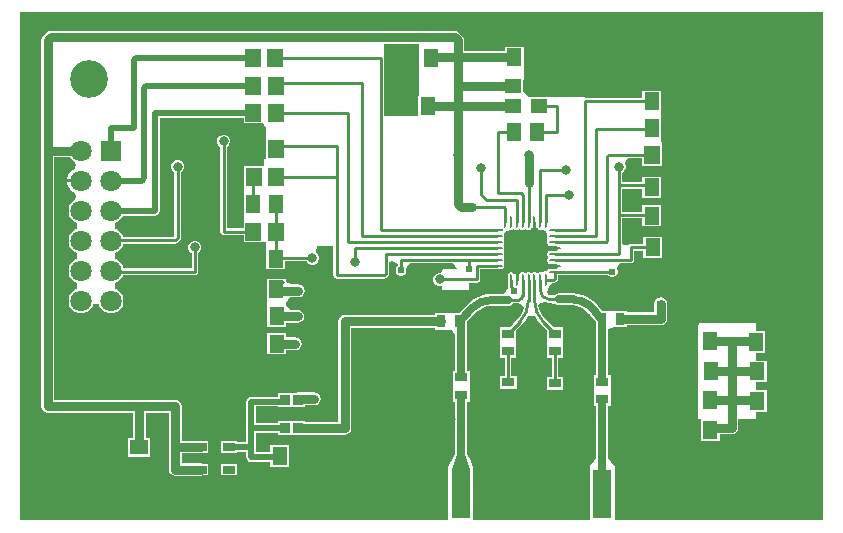
<source format=gtl>
G04*
G04 #@! TF.GenerationSoftware,Altium Limited,Altium Designer,24.5.2 (23)*
G04*
G04 Layer_Physical_Order=1*
G04 Layer_Color=255*
%FSLAX25Y25*%
%MOIN*%
G70*
G04*
G04 #@! TF.SameCoordinates,D8E2250F-7F27-460B-B064-3203462A9BAC*
G04*
G04*
G04 #@! TF.FilePolarity,Positive*
G04*
G01*
G75*
%ADD12C,0.01000*%
%ADD14C,0.02000*%
%ADD16R,0.03937X0.02756*%
%ADD17R,0.05906X0.05118*%
%ADD18R,0.03150X0.04331*%
%ADD19R,0.03465X0.03386*%
%ADD20R,0.05118X0.05906*%
G04:AMPARAMS|DCode=21|XSize=9.55mil|YSize=39.75mil|CornerRadius=4.77mil|HoleSize=0mil|Usage=FLASHONLY|Rotation=0.000|XOffset=0mil|YOffset=0mil|HoleType=Round|Shape=RoundedRectangle|*
%AMROUNDEDRECTD21*
21,1,0.00955,0.03020,0,0,0.0*
21,1,0.00000,0.03975,0,0,0.0*
1,1,0.00955,0.00000,-0.01510*
1,1,0.00955,0.00000,-0.01510*
1,1,0.00955,0.00000,0.01510*
1,1,0.00955,0.00000,0.01510*
%
%ADD21ROUNDEDRECTD21*%
G04:AMPARAMS|DCode=22|XSize=39.75mil|YSize=9.55mil|CornerRadius=4.77mil|HoleSize=0mil|Usage=FLASHONLY|Rotation=0.000|XOffset=0mil|YOffset=0mil|HoleType=Round|Shape=RoundedRectangle|*
%AMROUNDEDRECTD22*
21,1,0.03975,0.00000,0,0,0.0*
21,1,0.03020,0.00955,0,0,0.0*
1,1,0.00955,0.01510,0.00000*
1,1,0.00955,-0.01510,0.00000*
1,1,0.00955,-0.01510,0.00000*
1,1,0.00955,0.01510,0.00000*
%
%ADD22ROUNDEDRECTD22*%
%ADD23R,0.03975X0.00955*%
%ADD24R,0.05315X0.05906*%
%ADD25R,0.04331X0.03150*%
%ADD26R,0.06000X0.16000*%
%ADD27R,0.07000X0.16000*%
%ADD28R,0.05512X0.04724*%
%ADD35R,0.12598X0.12598*%
%ADD44C,0.03200*%
%ADD47C,0.02700*%
%ADD48C,0.01500*%
%ADD49C,0.03000*%
%ADD50C,0.00800*%
%ADD51C,0.12598*%
%ADD52R,0.07087X0.07087*%
%ADD53C,0.07087*%
%ADD54C,0.02400*%
%ADD55C,0.02402*%
G36*
X137008Y145482D02*
X136605D01*
Y138795D01*
X125334D01*
Y158071D01*
X125249Y158500D01*
X125162Y158630D01*
X125334Y160630D01*
X125334Y160630D01*
Y162820D01*
X137008D01*
Y145482D01*
D02*
G37*
G36*
X271654Y3937D02*
X202232D01*
Y21995D01*
X200984Y23425D01*
X200020Y24554D01*
Y42116D01*
X200797D01*
Y46022D01*
X200797Y46466D01*
Y48022D01*
X200797Y48466D01*
Y52372D01*
X200020D01*
Y67676D01*
X201762Y68298D01*
X202206Y68298D01*
X206112D01*
Y68922D01*
X217520D01*
X218339Y69085D01*
X219034Y69549D01*
X219498Y70244D01*
X219661Y71063D01*
Y76181D01*
X219498Y77000D01*
X219034Y77695D01*
X218339Y78159D01*
X217520Y78322D01*
X216700Y78159D01*
X216006Y77695D01*
X215542Y77000D01*
X215378Y76181D01*
Y73204D01*
X206112D01*
Y73828D01*
X202206D01*
X201762Y73828D01*
X200206D01*
X199762Y73828D01*
X197942D01*
X196641Y75442D01*
X196114Y75883D01*
X195818Y76282D01*
X194823Y77184D01*
X194674Y77273D01*
X194414Y77495D01*
X192980Y78374D01*
X191426Y79017D01*
X189790Y79410D01*
X188156Y79539D01*
X188113Y79547D01*
X183661D01*
X182901Y79396D01*
X182256Y78965D01*
X180236Y78955D01*
X179952Y79224D01*
X179419Y80044D01*
X180107Y81758D01*
X180345Y82115D01*
X181623Y82924D01*
X181623Y82924D01*
X181623Y82924D01*
X182052Y83009D01*
X182416Y83252D01*
X182885Y83721D01*
X182885Y83721D01*
X183128Y84085D01*
X183128Y84085D01*
X183132Y84108D01*
X183213Y84514D01*
Y85685D01*
X199954D01*
X200358Y85280D01*
X201020Y85006D01*
X201736D01*
X202398Y85280D01*
X202904Y85786D01*
X203178Y86448D01*
Y87164D01*
X202989Y87622D01*
X203343Y88590D01*
X203937Y89622D01*
X207480D01*
X207909Y89707D01*
X208273Y89950D01*
X208517Y90314D01*
X208602Y90743D01*
Y93760D01*
X211605D01*
Y91329D01*
X217923D01*
Y98435D01*
X211605D01*
Y96003D01*
X207480D01*
X207051Y95918D01*
X206687Y95675D01*
X206665Y95641D01*
X205163Y95789D01*
X204665Y95974D01*
Y104587D01*
X211408D01*
Y101959D01*
X217726D01*
Y109065D01*
X211408D01*
Y106830D01*
X204665D01*
Y114430D01*
X211408D01*
Y111408D01*
X217726D01*
Y118513D01*
X211408D01*
Y116673D01*
X204665D01*
Y119737D01*
X204789Y119789D01*
X205408Y120407D01*
X205743Y121216D01*
Y122091D01*
X205528Y122612D01*
X205987Y123787D01*
X206525Y124612D01*
X211310D01*
Y121984D01*
X217824D01*
Y129089D01*
X217824D01*
X217726Y130985D01*
X217726D01*
Y138090D01*
X217726D01*
Y139986D01*
X217726D01*
Y147091D01*
X211408D01*
Y144857D01*
X192323D01*
Y144882D01*
X180128Y144891D01*
X173416D01*
Y144891D01*
X173148D01*
X171466Y146891D01*
Y150591D01*
X171850D01*
Y154715D01*
X171860D01*
Y161820D01*
X165542D01*
Y160409D01*
X152025D01*
Y163906D01*
X151862Y164726D01*
X151398Y165420D01*
X150343Y166475D01*
X149648Y166939D01*
X148829Y167102D01*
X14243D01*
X13424Y166939D01*
X12729Y166475D01*
X11675Y165420D01*
X11211Y164726D01*
X11048Y163906D01*
Y127126D01*
Y41929D01*
X11211Y41110D01*
X11675Y40415D01*
X12370Y39951D01*
X13189Y39788D01*
X41465D01*
Y31506D01*
X40054D01*
Y25187D01*
X47159D01*
Y31506D01*
X45748D01*
Y39788D01*
X53567D01*
Y28346D01*
Y20866D01*
X53730Y20047D01*
X54195Y19352D01*
X54889Y18888D01*
X55709Y18725D01*
X64079D01*
X64899Y18888D01*
X64899Y18888D01*
X66648D01*
Y22844D01*
X64899D01*
X64899Y22844D01*
X64079Y23007D01*
X57850D01*
Y26205D01*
X64079D01*
X64899Y26368D01*
X64899Y26368D01*
X66648D01*
Y30324D01*
X64899D01*
X64899Y30325D01*
X64079Y30488D01*
X57850D01*
Y41929D01*
X57687Y42748D01*
X57223Y43443D01*
X56528Y43907D01*
X55709Y44070D01*
X15330D01*
Y124985D01*
X20704D01*
X20936Y124582D01*
X21708Y123811D01*
X22408Y123406D01*
X22540Y122326D01*
X22352Y121275D01*
X21462Y120762D01*
X20616Y119916D01*
X20018Y118880D01*
X19709Y117724D01*
Y117626D01*
X24252D01*
Y116626D01*
X19709D01*
Y116528D01*
X20018Y115372D01*
X20616Y114336D01*
X21462Y113490D01*
X22352Y112977D01*
X22540Y111926D01*
X22408Y110846D01*
X21708Y110442D01*
X20936Y109670D01*
X20391Y108725D01*
X20109Y107671D01*
Y106580D01*
X20391Y105527D01*
X20936Y104582D01*
X21708Y103811D01*
X22653Y103265D01*
X23040Y103161D01*
Y101091D01*
X22653Y100987D01*
X21708Y100441D01*
X20936Y99670D01*
X20391Y98725D01*
X20109Y97672D01*
Y96580D01*
X20391Y95527D01*
X20936Y94582D01*
X21708Y93810D01*
X22653Y93265D01*
X23040Y93161D01*
Y91091D01*
X22653Y90987D01*
X21708Y90441D01*
X20936Y89670D01*
X20391Y88725D01*
X20109Y87672D01*
Y86580D01*
X20391Y85527D01*
X20936Y84582D01*
X21708Y83811D01*
X22653Y83265D01*
X23040Y83161D01*
Y81091D01*
X22653Y80987D01*
X21708Y80441D01*
X20936Y79670D01*
X20391Y78725D01*
X20109Y77671D01*
Y76581D01*
X20391Y75527D01*
X20936Y74582D01*
X21708Y73810D01*
X22653Y73265D01*
X23707Y72983D01*
X24798D01*
X25851Y73265D01*
X26796Y73810D01*
X27567Y74582D01*
X28113Y75527D01*
X28217Y75914D01*
X30287D01*
X30391Y75527D01*
X30937Y74582D01*
X31708Y73810D01*
X32653Y73265D01*
X33707Y72983D01*
X34797D01*
X35851Y73265D01*
X36796Y73810D01*
X37567Y74582D01*
X38113Y75527D01*
X38395Y76581D01*
Y77671D01*
X38113Y78725D01*
X37567Y79670D01*
X36796Y80441D01*
X35851Y80987D01*
X35464Y81091D01*
Y83161D01*
X35851Y83265D01*
X36796Y83811D01*
X37567Y84582D01*
X38113Y85527D01*
X38157Y85690D01*
X62205D01*
X62634Y85775D01*
X62998Y86018D01*
X63241Y86382D01*
X63326Y86811D01*
Y92965D01*
X63451Y93017D01*
X64070Y93636D01*
X64405Y94444D01*
Y95319D01*
X64070Y96128D01*
X63451Y96747D01*
X62642Y97082D01*
X61767D01*
X60958Y96747D01*
X60340Y96128D01*
X60005Y95319D01*
Y94444D01*
X60340Y93636D01*
X60958Y93017D01*
X61083Y92965D01*
Y87933D01*
X38325D01*
X38113Y88725D01*
X37567Y89670D01*
X36796Y90441D01*
X35851Y90987D01*
X35464Y91091D01*
Y93161D01*
X35851Y93265D01*
X36796Y93810D01*
X37567Y94582D01*
X38113Y95527D01*
X38273Y96123D01*
X55575D01*
X55575Y96122D01*
X56004Y96208D01*
X56368Y96451D01*
X57289Y97372D01*
X57289Y97372D01*
X57532Y97736D01*
X57618Y98165D01*
Y119934D01*
X57742Y119985D01*
X58361Y120604D01*
X58696Y121413D01*
Y122288D01*
X58361Y123097D01*
X57742Y123715D01*
X56934Y124050D01*
X56059D01*
X55250Y123715D01*
X54631Y123097D01*
X54296Y122288D01*
Y121413D01*
X54631Y120604D01*
X55250Y119985D01*
X55374Y119934D01*
Y98630D01*
X55111Y98366D01*
X38209D01*
X38113Y98725D01*
X37567Y99670D01*
X36796Y100441D01*
X35851Y100987D01*
X35464Y101091D01*
Y103161D01*
X35851Y103265D01*
X36796Y103811D01*
X37567Y104582D01*
X38094Y105495D01*
X48819D01*
X49443Y105619D01*
X49972Y105973D01*
X50326Y106502D01*
X50450Y107126D01*
Y138132D01*
X78435D01*
Y136211D01*
X83916D01*
X84950Y136211D01*
X85916Y134611D01*
Y131309D01*
Y124203D01*
X85147D01*
Y122057D01*
X78632D01*
Y114951D01*
X78435D01*
Y103695D01*
Y101264D01*
X72972D01*
Y128398D01*
X73097Y128450D01*
X73716Y129069D01*
X74050Y129877D01*
Y130753D01*
X73716Y131561D01*
X73097Y132180D01*
X72288Y132515D01*
X71413D01*
X70604Y132180D01*
X69985Y131561D01*
X69650Y130753D01*
Y129877D01*
X69985Y129069D01*
X70604Y128450D01*
X70729Y128398D01*
Y100143D01*
X70814Y99713D01*
X71057Y99350D01*
X71421Y99107D01*
X71850Y99021D01*
X78435D01*
Y96590D01*
X84950D01*
Y96590D01*
X85762D01*
X86014Y94631D01*
Y87589D01*
X92332D01*
Y90217D01*
X99461D01*
X99513Y90092D01*
X100132Y89473D01*
X100940Y89139D01*
X101816D01*
X102624Y89473D01*
X103243Y90092D01*
X103578Y90901D01*
Y91776D01*
X103243Y92585D01*
X102624Y93204D01*
X102451Y93276D01*
X102848Y95276D01*
X108317D01*
X108327Y93280D01*
Y85630D01*
X108413Y85201D01*
X108656Y84837D01*
X109020Y84594D01*
X109449Y84508D01*
X125319D01*
X125319Y84508D01*
X125319Y84508D01*
X125748Y84594D01*
X126112Y84837D01*
X126580Y85306D01*
X126581Y85306D01*
X126824Y85669D01*
X126824Y85669D01*
X126825Y85677D01*
X126833Y85719D01*
X126909Y86099D01*
Y89972D01*
X127784Y90484D01*
X129784Y89337D01*
Y88629D01*
X129379Y88224D01*
X129105Y87563D01*
Y86847D01*
X129379Y86185D01*
X129886Y85679D01*
X130547Y85405D01*
X131264D01*
X131925Y85679D01*
X132431Y86185D01*
X132705Y86847D01*
Y87563D01*
X132681Y87622D01*
X133462Y89237D01*
X133853Y89622D01*
X148219D01*
X149478Y87622D01*
X149467Y87598D01*
X144882D01*
X144702Y87222D01*
X144558Y87077D01*
Y86919D01*
X144335Y86452D01*
X143460D01*
X142651Y86117D01*
X142033Y85498D01*
X141698Y84690D01*
Y83814D01*
X142033Y83006D01*
X142651Y82387D01*
X143460Y82052D01*
X144335D01*
X144558Y81903D01*
Y80772D01*
X153480D01*
X153543Y80709D01*
Y83130D01*
X156102D01*
X156532Y83216D01*
X156895Y83459D01*
X157139Y83823D01*
X157224Y84252D01*
Y87653D01*
X162790D01*
X162907Y87676D01*
X164301Y87676D01*
X164721Y87760D01*
X164721Y87760D01*
X165077Y87998D01*
X165077Y87998D01*
X165315Y88354D01*
X165315Y88354D01*
X165315Y88354D01*
X165399Y88775D01*
X165399Y88775D01*
X165315Y89195D01*
X165315Y89195D01*
X165315Y89195D01*
X165141Y89759D01*
X165315Y90323D01*
X165399Y90743D01*
X165315Y91163D01*
X165315Y91163D01*
X165077Y91520D01*
Y91935D01*
X165315Y92291D01*
X165315Y92291D01*
X165399Y92712D01*
X165315Y93132D01*
X165141Y93696D01*
X165315Y94260D01*
X165399Y94680D01*
X165315Y95100D01*
X165315Y95100D01*
X165077Y95457D01*
Y95872D01*
X165315Y96228D01*
X165315Y96228D01*
X165399Y96649D01*
X165315Y97069D01*
X165141Y97633D01*
X165315Y98197D01*
X165399Y98617D01*
X165388Y99098D01*
X165406Y99284D01*
X165647Y99940D01*
X166386Y100388D01*
X167378Y100766D01*
X167520Y100738D01*
X167940Y100821D01*
X168296Y101060D01*
X168711D01*
X169068Y100821D01*
X169488Y100738D01*
X169908Y100821D01*
X170265Y101060D01*
X170680D01*
X171036Y100821D01*
X171457Y100738D01*
X171877Y100821D01*
X172233Y101060D01*
X172649Y101060D01*
X173005Y100821D01*
X173005Y100821D01*
X173425Y100738D01*
X173425Y100738D01*
X173846Y100821D01*
X174202Y101060D01*
X174202Y101060D01*
X174338Y101264D01*
X175394Y101375D01*
X176449Y101264D01*
X176585Y101060D01*
X176585D01*
X176942Y100821D01*
X177362Y100738D01*
X177362Y100738D01*
X177561Y100777D01*
X178030Y100731D01*
X179087Y100342D01*
X179476Y99284D01*
X179523Y98816D01*
X179483Y98617D01*
X179567Y98197D01*
X179567Y98197D01*
X179567Y98197D01*
X179741Y97633D01*
X179567Y97069D01*
X179567Y97069D01*
X179483Y96649D01*
X179483Y96649D01*
X179567Y96228D01*
X179567Y96228D01*
X179805Y95872D01*
Y95872D01*
X180009Y95735D01*
X180120Y94680D01*
X180009Y93625D01*
X179805Y93488D01*
X179805Y93488D01*
X179567Y93132D01*
X179483Y92712D01*
X179483Y92712D01*
X179567Y92291D01*
X179567Y92291D01*
X179805Y91935D01*
X179805Y91520D01*
X179567Y91163D01*
X179567Y91163D01*
X179483Y90743D01*
X179483Y90743D01*
X179567Y90323D01*
X179805Y89966D01*
X179805Y89966D01*
X180009Y89830D01*
X180120Y88775D01*
X180009Y87719D01*
X179805Y87583D01*
X179739Y87485D01*
X179186Y87086D01*
X178030Y86661D01*
X177561Y86614D01*
X177362Y86654D01*
X176942Y86570D01*
X176585Y86332D01*
X176170D01*
X175814Y86570D01*
X175394Y86654D01*
X174973Y86570D01*
X174617Y86332D01*
X174202D01*
X173846Y86570D01*
X173425Y86654D01*
X173005Y86570D01*
X172649Y86332D01*
X172233Y86332D01*
X171877Y86570D01*
X171877Y86570D01*
X171457Y86654D01*
X171457Y86654D01*
X171036Y86570D01*
X170680Y86332D01*
X170680Y86332D01*
X170543Y86128D01*
X169488Y86016D01*
X168433Y86128D01*
X168296Y86332D01*
X167940Y86570D01*
X167520Y86654D01*
X167520Y86654D01*
X167099Y86570D01*
X167099Y86570D01*
X166743Y86332D01*
X166743Y86332D01*
X166505Y85976D01*
X166505Y85976D01*
X166421Y85555D01*
X166421Y85555D01*
X166421Y85166D01*
X166421Y85166D01*
X166421Y84851D01*
Y84162D01*
X166398Y84045D01*
X166421Y83931D01*
Y81822D01*
X166421Y81822D01*
X166506Y81393D01*
X165684Y79696D01*
X164859Y79350D01*
X161057D01*
X161024Y79344D01*
X159322Y79210D01*
X157629Y78803D01*
X156020Y78137D01*
X154536Y77227D01*
X153237Y76118D01*
X153209Y76099D01*
X150151Y73041D01*
X148466D01*
X148022Y73041D01*
X146466D01*
X146022Y73041D01*
X142116D01*
Y72417D01*
X112205D01*
X111385Y72254D01*
X110691Y71790D01*
X110227Y71095D01*
X110064Y70276D01*
Y36787D01*
X98994D01*
Y36939D01*
X89794D01*
Y36277D01*
X82639D01*
Y41873D01*
X89794D01*
Y41802D01*
X98994D01*
Y42347D01*
X101969D01*
X102788Y42510D01*
X103482Y42974D01*
X103947Y43669D01*
X104110Y44488D01*
X103947Y45308D01*
X103482Y46002D01*
X102788Y46466D01*
X101969Y46629D01*
X96662D01*
X95843Y46466D01*
X95724Y46387D01*
X89794D01*
Y45135D01*
X81008D01*
X80384Y45011D01*
X79855Y44657D01*
X79501Y44128D01*
X79377Y43504D01*
Y34646D01*
Y29978D01*
X76096D01*
Y30324D01*
X70959D01*
Y26368D01*
X76096D01*
Y26715D01*
X79377D01*
Y25000D01*
X79501Y24376D01*
X79855Y23846D01*
X80384Y23493D01*
X81008Y23369D01*
X87298D01*
Y21841D01*
X93616D01*
Y28946D01*
X87298D01*
Y26631D01*
X82639D01*
Y28346D01*
Y33014D01*
X89794D01*
Y32353D01*
X98994D01*
Y32504D01*
X112205D01*
X113024Y32667D01*
X113719Y33132D01*
X114183Y33826D01*
X114346Y34646D01*
Y68134D01*
X142116D01*
Y67510D01*
X146022D01*
X146466Y67510D01*
X148022D01*
X148996Y65730D01*
Y53750D01*
X148219D01*
Y49844D01*
X148219Y49400D01*
Y47844D01*
X148219Y47400D01*
Y43494D01*
X148996D01*
Y26127D01*
X148996Y26127D01*
X148996Y26127D01*
X147835Y24016D01*
X147835Y24016D01*
X147587Y23575D01*
X146587Y21798D01*
Y3937D01*
X3937D01*
Y173228D01*
X271654D01*
Y3937D01*
D02*
G37*
G36*
X179264Y76564D02*
X180324Y76424D01*
X182229Y76193D01*
X182255Y76153D01*
X182901Y75722D01*
X183661Y75571D01*
X188113D01*
X188183Y75585D01*
X189434Y75462D01*
X190704Y75076D01*
X191874Y74451D01*
X192258Y74136D01*
D01*
X193659Y72805D01*
X195765Y70193D01*
X195857Y70116D01*
Y68298D01*
X196043D01*
Y52372D01*
X195266D01*
Y48466D01*
X195266Y48022D01*
Y46466D01*
X195266Y46022D01*
Y42116D01*
X196043D01*
Y24544D01*
X195276Y23622D01*
X193832Y21995D01*
Y3937D01*
X154987D01*
Y21798D01*
X154124Y23819D01*
X152972Y26114D01*
Y43494D01*
X153750D01*
Y47400D01*
X153750Y47844D01*
Y49400D01*
X153750Y49844D01*
Y53750D01*
X152972D01*
Y70240D01*
X156021Y73288D01*
X156064Y73352D01*
X157088Y74192D01*
X158323Y74853D01*
X159663Y75259D01*
X160981Y75389D01*
X161057Y75374D01*
X166535D01*
X167296Y75525D01*
X167941Y75956D01*
X168135Y76247D01*
X170086D01*
Y76220D01*
X170217Y76246D01*
X170711Y76039D01*
X171800Y74942D01*
X171923Y74701D01*
X171641Y73770D01*
X170907Y72397D01*
X169703Y70896D01*
X168289Y69481D01*
X167124Y68317D01*
X163770D01*
Y64411D01*
X163770Y63967D01*
Y62411D01*
X163770Y61967D01*
Y58061D01*
X165414D01*
Y52175D01*
X163967D01*
Y47825D01*
X169498D01*
Y52175D01*
X167657D01*
Y58061D01*
X169301D01*
Y61967D01*
X169301Y62411D01*
Y63967D01*
X169301Y64411D01*
Y67321D01*
X169875Y67895D01*
X171298Y69301D01*
X172433Y70629D01*
X172534Y70794D01*
X173323Y72082D01*
X173473Y72119D01*
X175346D01*
X175496Y72082D01*
X176285Y70794D01*
X176386Y70629D01*
X177521Y69301D01*
X177530Y69310D01*
X179518Y67321D01*
Y64411D01*
X179518Y63967D01*
Y62411D01*
X179518Y61967D01*
Y58061D01*
X181162D01*
Y51781D01*
X179518D01*
Y47431D01*
X185049D01*
Y51781D01*
X183405D01*
Y58061D01*
X185049D01*
Y61967D01*
X185049Y62411D01*
Y63967D01*
X185049Y64411D01*
Y68317D01*
X181695D01*
X179116Y70896D01*
X179075Y70923D01*
X178000Y72233D01*
X177178Y73770D01*
X176672Y75439D01*
X176646Y75703D01*
X177616Y76459D01*
X178541Y76863D01*
X179264Y76564D01*
D02*
G37*
G36*
X153775Y20586D02*
X147799D01*
X149634Y25986D01*
X152334D01*
X153775Y20586D01*
D02*
G37*
%LPC*%
G36*
X91429Y84480D02*
X91321Y84458D01*
X91063Y84458D01*
X86211D01*
Y77376D01*
X86211Y77353D01*
X86408Y75434D01*
X86408Y75353D01*
Y68352D01*
X92726D01*
Y69763D01*
X96457D01*
X97276Y69926D01*
X97971Y70390D01*
X98435Y71085D01*
X98598Y71904D01*
X98435Y72724D01*
X97971Y73418D01*
X97276Y73883D01*
X96457Y74046D01*
X94151D01*
X92726Y75457D01*
X92632Y76371D01*
X94044Y78305D01*
X94151Y78371D01*
X96653D01*
X97473Y78534D01*
X98168Y78998D01*
X98632Y79692D01*
X98795Y80512D01*
X98632Y81331D01*
X98168Y82026D01*
X97473Y82490D01*
X96653Y82653D01*
X94353D01*
X92551Y83358D01*
X92529Y84458D01*
X91429Y84480D01*
D02*
G37*
G36*
X92726Y66348D02*
X86408D01*
Y59242D01*
X92726D01*
Y60654D01*
X95669D01*
X96489Y60817D01*
X97183Y61281D01*
X97648Y61976D01*
X97810Y62795D01*
X97648Y63615D01*
X97183Y64309D01*
X96489Y64773D01*
X95669Y64936D01*
X92726D01*
Y66348D01*
D02*
G37*
G36*
X249213Y69685D02*
X230118D01*
X229921Y68110D01*
Y37598D01*
X230896D01*
Y30502D01*
X237214D01*
Y32701D01*
X241142D01*
X241961Y32864D01*
X242656Y33329D01*
X243120Y34023D01*
X243283Y34843D01*
Y37598D01*
X249213D01*
Y40148D01*
X252765D01*
Y47254D01*
X249213D01*
Y49991D01*
X252765D01*
Y57096D01*
X249213D01*
Y59833D01*
X252372D01*
Y66939D01*
X249213D01*
Y69685D01*
D02*
G37*
G36*
X76096Y22844D02*
X70959D01*
Y18888D01*
X76096D01*
Y22844D01*
D02*
G37*
%LPD*%
D12*
X170086Y77368D02*
G03*
X171457Y78739I0J1371D01*
G01*
X177362Y80521D02*
G03*
X180324Y77559I2962J0D01*
G01*
X175394Y77174D02*
G03*
X178323Y70103I10000J0D01*
G01*
X170496Y70103D02*
G03*
X173425Y77174I-7071J7071D01*
G01*
X125787Y92712D02*
X162790D01*
X125787Y86099D02*
Y92712D01*
X89173Y117913D02*
Y118504D01*
X109449Y85630D02*
X125319D01*
X125787Y86099D01*
X143898Y84252D02*
X156102D01*
Y88775D01*
X130905Y90743D02*
X153543D01*
X130905Y87205D02*
Y90743D01*
X153543Y87598D02*
Y90743D01*
X162790D01*
X156102Y88775D02*
X162790D01*
X115551Y94680D02*
X162790D01*
X115551Y90158D02*
Y94680D01*
X113189Y96649D02*
X162790D01*
X117913Y98617D02*
X162790D01*
X117913D02*
Y149803D01*
X90113D02*
X117913D01*
X124213Y100586D02*
X162790D01*
X124213D02*
Y158071D01*
X87939D02*
X124213D01*
X166541Y77368D02*
X170086D01*
X173425Y77174D02*
Y84045D01*
X171457Y78739D02*
Y84045D01*
X168504Y80481D02*
Y80860D01*
X167542Y81822D02*
X168504Y80860D01*
X147484Y37598D02*
X148534D01*
X175394Y103347D02*
X175394Y103347D01*
X175394Y101095D02*
Y103347D01*
X169488Y84045D02*
Y88583D01*
X180324Y77559D02*
X183661D01*
X177362Y80521D02*
Y84045D01*
X166535Y66142D02*
X170496Y70103D01*
X165551Y82615D02*
Y84045D01*
X167542Y81822D02*
Y84023D01*
X167520Y84045D02*
X167542Y84023D01*
X89173Y91339D02*
X101378D01*
X113189Y96649D02*
Y139764D01*
X71850Y100143D02*
X81693D01*
X71850D02*
Y130315D01*
X203543Y115551D02*
Y121653D01*
Y115551D02*
X214567D01*
X182091Y86806D02*
X201378D01*
X181623Y84045D02*
X182091Y84514D01*
X179331Y84045D02*
X181623D01*
X182091Y84514D02*
Y86806D01*
X173425Y103347D02*
Y116339D01*
X177362Y120866D02*
X186024D01*
X177362Y103347D02*
Y120866D01*
X34252Y97244D02*
X55575D01*
X56496Y98165D01*
Y121850D01*
X157677Y112402D02*
X159449Y110630D01*
X157677Y112402D02*
Y121260D01*
X159449Y110630D02*
X169488D01*
X179331Y112205D02*
X186811D01*
X179331Y103347D02*
Y112205D01*
X64079Y28150D02*
Y28346D01*
X183071Y133465D02*
Y141929D01*
X176181Y133465D02*
X183071D01*
X176772Y141929D02*
X183071D01*
X163386Y112992D02*
Y133465D01*
X168701D01*
X171457Y103347D02*
Y112465D01*
X170930Y112992D02*
X171457Y112465D01*
X163386Y112992D02*
X170930D01*
X169488Y103347D02*
Y110630D01*
X34252Y97126D02*
Y97244D01*
X165083Y108465D02*
X165551Y107996D01*
X154528Y108465D02*
X165083D01*
X165551Y103347D02*
Y107996D01*
X34252Y86811D02*
X62205D01*
X34252D02*
Y87126D01*
X62205Y86811D02*
Y94882D01*
X89173Y91339D02*
Y100143D01*
Y91142D02*
Y91339D01*
X109449Y85630D02*
Y118504D01*
X89173Y128740D02*
X109449D01*
X89370Y81299D02*
X91429Y83358D01*
X89370Y80905D02*
Y81299D01*
X109449Y118504D02*
Y128740D01*
X89173Y118504D02*
X109449D01*
X89173Y127756D02*
Y128740D01*
X89173Y139764D02*
X113189D01*
X207480Y94882D02*
X214764D01*
X207480Y90743D02*
Y94882D01*
X182091Y90743D02*
X207480D01*
X203543Y105709D02*
X214567D01*
X200075Y125733D02*
X214567D01*
X196063Y134449D02*
X214567D01*
X192323Y143735D02*
X214567D01*
X203543Y105709D02*
Y115551D01*
Y92712D02*
Y105709D01*
X214567Y114961D02*
Y115354D01*
X182091Y92712D02*
X203543D01*
X199606Y125265D02*
X200075Y125733D01*
X199138Y96649D02*
X199606Y97117D01*
X182091Y96649D02*
X199138D01*
X199606Y97117D02*
Y125265D01*
X196063Y98617D02*
Y134449D01*
X182091Y98617D02*
X196063D01*
X182091Y100586D02*
X192323D01*
Y143735D01*
X166535Y51378D02*
Y60236D01*
X182283Y50394D02*
Y60236D01*
X178323Y70103D02*
X182283Y66142D01*
X175394Y77174D02*
Y84045D01*
X92126Y43504D02*
Y44094D01*
X90457Y25000D02*
Y25394D01*
X89173Y100143D02*
Y109252D01*
Y100143D02*
X89173D01*
X89173Y109252D02*
X89173D01*
X81693D02*
Y118504D01*
X81693D01*
X214567Y133661D02*
Y134001D01*
D14*
X195020Y74272D02*
G03*
X195012Y74279I-924J-915D01*
G01*
X195093Y74195D02*
G03*
X195075Y74216I-1166J-940D01*
G01*
X34252Y134803D02*
X41929D01*
X34252Y127126D02*
Y134803D01*
X42691Y158071D02*
X81554D01*
X41929Y134803D02*
Y157309D01*
X42691Y158071D01*
X46037Y148819D02*
X81693D01*
X45276Y148057D02*
X46037Y148819D01*
X44514Y117126D02*
X45276Y117887D01*
X34252Y117126D02*
X44514D01*
X45276Y117887D02*
Y148057D01*
X150787Y70866D02*
X150984D01*
X197312Y71441D02*
X198031D01*
X34252Y107126D02*
X48819D01*
Y139764D01*
X81693D01*
X195020Y74272D02*
X195075Y74216D01*
X194483Y74809D02*
X195012Y74279D01*
X81008Y34646D02*
Y43504D01*
Y28346D02*
Y34646D01*
X92126D01*
X81008Y43504D02*
X92126D01*
X73528Y28346D02*
X81008D01*
Y25000D02*
Y28346D01*
Y25000D02*
X90457D01*
D16*
X64079Y20866D02*
D03*
Y24606D02*
D03*
Y28346D02*
D03*
X73528Y20866D02*
D03*
Y28346D02*
D03*
D17*
X43607D02*
D03*
Y20866D02*
D03*
D18*
X144291Y70276D02*
D03*
X150197D02*
D03*
X203937Y71063D02*
D03*
X198031D02*
D03*
D19*
X92126Y34646D02*
D03*
X96662D02*
D03*
X92126Y44094D02*
D03*
X96662D02*
D03*
D20*
X249213Y63386D02*
D03*
X256693D02*
D03*
X226378Y43898D02*
D03*
X233858D02*
D03*
X133268Y158071D02*
D03*
X140748D02*
D03*
X132283Y141929D02*
D03*
X139764D02*
D03*
X249606Y53543D02*
D03*
X257087D02*
D03*
X168701Y158268D02*
D03*
X176181D02*
D03*
X89370Y80905D02*
D03*
X81890D02*
D03*
X214567Y143538D02*
D03*
X222047D02*
D03*
X234055Y63583D02*
D03*
X226575D02*
D03*
X249606Y43701D02*
D03*
X257087D02*
D03*
X214764Y94882D02*
D03*
X222244D02*
D03*
X234055Y34055D02*
D03*
X226575D02*
D03*
X226772Y53740D02*
D03*
X234252D02*
D03*
X89567Y71904D02*
D03*
X82087D02*
D03*
X89567Y62795D02*
D03*
X82087D02*
D03*
X90457Y25394D02*
D03*
X97937D02*
D03*
X89173Y91142D02*
D03*
X81693D02*
D03*
Y109252D02*
D03*
X89173D02*
D03*
X214567Y114961D02*
D03*
X222047D02*
D03*
X214567Y105512D02*
D03*
X222047D02*
D03*
X214567Y134537D02*
D03*
X222047D02*
D03*
X176181Y133465D02*
D03*
X168701D02*
D03*
D21*
X179331Y103347D02*
D03*
X173425D02*
D03*
X175394D02*
D03*
X169488D02*
D03*
X171457D02*
D03*
X177362D02*
D03*
X173425Y84045D02*
D03*
X169488D02*
D03*
X171457D02*
D03*
X177362D02*
D03*
X179331D02*
D03*
X175394D02*
D03*
X165551Y103347D02*
D03*
X167520D02*
D03*
Y84045D02*
D03*
X165551D02*
D03*
D22*
X182091Y100586D02*
D03*
Y94680D02*
D03*
Y92712D02*
D03*
Y98617D02*
D03*
Y96649D02*
D03*
Y90743D02*
D03*
Y88775D02*
D03*
Y86806D02*
D03*
X162790Y92712D02*
D03*
Y90743D02*
D03*
Y96649D02*
D03*
Y94680D02*
D03*
Y98617D02*
D03*
Y88775D02*
D03*
Y86806D02*
D03*
D23*
Y100586D02*
D03*
D24*
X88976Y157874D02*
D03*
X81496D02*
D03*
X89173Y127756D02*
D03*
X81693D02*
D03*
X222047Y125536D02*
D03*
X214567D02*
D03*
X89173Y148819D02*
D03*
X81693D02*
D03*
X89173Y139764D02*
D03*
X81693D02*
D03*
X89173Y100143D02*
D03*
X81693D02*
D03*
X81890Y118504D02*
D03*
X89370D02*
D03*
D25*
X166732Y50000D02*
D03*
Y44094D02*
D03*
X182283Y49606D02*
D03*
Y43701D02*
D03*
Y66142D02*
D03*
Y60236D02*
D03*
X198031Y50197D02*
D03*
Y44291D02*
D03*
X166535Y66142D02*
D03*
Y60236D02*
D03*
X150984Y51575D02*
D03*
Y45669D02*
D03*
D26*
X198031Y12795D02*
D03*
X150787Y12598D02*
D03*
D27*
X208032Y12795D02*
D03*
X188031D02*
D03*
X140787Y12598D02*
D03*
X160787D02*
D03*
D28*
X176772Y148622D02*
D03*
Y141929D02*
D03*
X168110Y148622D02*
D03*
Y141929D02*
D03*
D35*
X172441Y93696D02*
D03*
D44*
X143898Y84252D02*
D03*
X115551Y90158D02*
D03*
X71850Y130315D02*
D03*
X203543Y121653D02*
D03*
X186024Y120866D02*
D03*
X56496Y121850D02*
D03*
X157677Y121260D02*
D03*
X186811Y112205D02*
D03*
X101378Y91339D02*
D03*
X149884Y125724D02*
D03*
X173425Y125591D02*
D03*
X62205Y94882D02*
D03*
D47*
X193487Y75711D02*
G03*
X188113Y77559I-5374J-6889D01*
G01*
X161057Y77362D02*
G03*
X154615Y74694I0J-9111D01*
G01*
X161057Y77362D02*
X166535D01*
X150984Y51575D02*
Y70866D01*
Y12598D02*
Y45669D01*
X150787Y12598D02*
X150984D01*
X198031Y50197D02*
Y71441D01*
Y12795D02*
Y44291D01*
X150787Y70866D02*
X154615Y74694D01*
X183661Y77559D02*
X188113D01*
X193487Y75711D02*
X194483Y74809D01*
X195093Y74195D02*
X197312Y71441D01*
D48*
X176575Y88775D02*
X182091D01*
X180120Y94680D02*
X182091D01*
D49*
X13189Y127126D02*
Y163906D01*
X149884Y158268D02*
Y163906D01*
X14243Y164961D02*
X148829D01*
X13189Y163906D02*
X14243Y164961D01*
X148829D02*
X149884Y163906D01*
X96662Y44488D02*
X101969D01*
X112205Y70276D02*
X134449D01*
X144291D01*
X112205Y34646D02*
Y70276D01*
X241142Y63583D02*
X249213D01*
X217520Y71063D02*
Y76181D01*
X241142Y53740D02*
X249606D01*
X241142Y43898D02*
X249606D01*
X234055Y34843D02*
X241142D01*
X89764Y80512D02*
X96653D01*
X203937Y71063D02*
X217520D01*
X173425Y116339D02*
Y125591D01*
X13189Y41929D02*
Y127126D01*
X149884Y109519D02*
Y141929D01*
X167520Y141339D02*
X168110Y141929D01*
X13189Y41929D02*
X43607D01*
X149884Y148622D02*
Y158268D01*
X140945D02*
X149884D01*
X150787D02*
X168701D01*
X55709Y20866D02*
Y28346D01*
Y20866D02*
X64079D01*
X55709Y28346D02*
X64079D01*
X55709D02*
Y41929D01*
X43607D02*
X55709D01*
X43607Y28346D02*
Y41929D01*
X13189Y127126D02*
X24252D01*
X149884Y109519D02*
X150938Y108465D01*
X154528D01*
X149884Y141929D02*
Y148622D01*
X139764Y141929D02*
X149884D01*
X168110D01*
X96662Y34646D02*
X112205D01*
X96662Y44094D02*
Y44488D01*
X89370Y80905D02*
X89764Y80512D01*
X89567Y62795D02*
X95669D01*
X89567Y71904D02*
X96457D01*
X149884Y148622D02*
X168110D01*
X234055Y34055D02*
Y34843D01*
X241142D02*
Y43898D01*
X249606Y43701D02*
Y43898D01*
X233858D02*
X241142D01*
Y53740D01*
X249606Y53543D02*
Y53740D01*
X234252D02*
X241142D01*
Y63583D01*
X249213Y63386D02*
Y63583D01*
X234055D02*
X241142D01*
D50*
X176772Y141929D02*
X176969Y141732D01*
D51*
X250787Y157677D02*
D03*
X26772Y150984D02*
D03*
X20866Y20079D02*
D03*
X251772Y20472D02*
D03*
D52*
X34252Y127126D02*
D03*
D53*
Y87126D02*
D03*
Y97126D02*
D03*
Y107126D02*
D03*
Y117126D02*
D03*
X24252Y87126D02*
D03*
Y97126D02*
D03*
Y107126D02*
D03*
Y117126D02*
D03*
Y127126D02*
D03*
X34252Y77126D02*
D03*
X24252D02*
D03*
D54*
X157984Y80512D02*
D03*
X162992Y81102D02*
D03*
X153543Y78347D02*
D03*
Y87598D02*
D03*
X168504Y80481D02*
D03*
X168307Y74410D02*
D03*
X261221Y43307D02*
D03*
Y52559D02*
D03*
Y63583D02*
D03*
X219882Y33661D02*
D03*
Y43701D02*
D03*
Y53543D02*
D03*
X167409Y93555D02*
D03*
X172409D02*
D03*
X167409Y89055D02*
D03*
X172409D02*
D03*
X177409D02*
D03*
Y98055D02*
D03*
X172409D02*
D03*
X177409Y93555D02*
D03*
X167409Y98055D02*
D03*
X174409Y9055D02*
D03*
Y14055D02*
D03*
Y19055D02*
D03*
Y24055D02*
D03*
Y29055D02*
D03*
Y34055D02*
D03*
Y39055D02*
D03*
Y44055D02*
D03*
Y49055D02*
D03*
Y54055D02*
D03*
Y59055D02*
D03*
Y64055D02*
D03*
Y69055D02*
D03*
X184031Y149295D02*
D03*
Y158795D02*
D03*
X44032Y15295D02*
D03*
X106032Y25295D02*
D03*
X73032Y62795D02*
D03*
Y71795D02*
D03*
Y80295D02*
D03*
Y90795D02*
D03*
X75532Y127295D02*
D03*
X228031Y94295D02*
D03*
Y105295D02*
D03*
Y114795D02*
D03*
Y125295D02*
D03*
Y134295D02*
D03*
Y143795D02*
D03*
X193032Y71795D02*
D03*
X189032Y74295D02*
D03*
X184031D02*
D03*
X179032Y74795D02*
D03*
X183031Y80795D02*
D03*
X188031D02*
D03*
X193032Y79795D02*
D03*
X197031Y77295D02*
D03*
X194532Y62795D02*
D03*
X154484Y67598D02*
D03*
X166535Y66142D02*
D03*
X204031Y12795D02*
D03*
Y17795D02*
D03*
Y22795D02*
D03*
X202031Y27795D02*
D03*
X201532Y32795D02*
D03*
X203031Y47795D02*
D03*
X201532Y37795D02*
D03*
X203031Y52795D02*
D03*
X201532Y57795D02*
D03*
X204031Y7795D02*
D03*
X202031Y42795D02*
D03*
X201532Y62795D02*
D03*
X194032Y42795D02*
D03*
X192032Y7795D02*
D03*
X194532Y57795D02*
D03*
X193032Y52795D02*
D03*
X194532Y37795D02*
D03*
X192835Y47795D02*
D03*
X194532Y32795D02*
D03*
X194032Y27795D02*
D03*
X192032Y22795D02*
D03*
Y17795D02*
D03*
Y12795D02*
D03*
X162795Y74016D02*
D03*
X158071Y73032D02*
D03*
X156984Y12598D02*
D03*
Y17598D02*
D03*
Y22598D02*
D03*
X154984Y27598D02*
D03*
X154784Y32598D02*
D03*
X155984Y47598D02*
D03*
X154784Y37598D02*
D03*
X155984Y52598D02*
D03*
X154484Y57598D02*
D03*
X156984Y7598D02*
D03*
X154984Y42598D02*
D03*
X154484Y62598D02*
D03*
X147484D02*
D03*
X146787Y42598D02*
D03*
X165484Y6098D02*
D03*
X144984Y7598D02*
D03*
X147484Y57598D02*
D03*
X145984Y52598D02*
D03*
X147184Y37598D02*
D03*
X145984Y47598D02*
D03*
X147184Y32598D02*
D03*
X146984Y27598D02*
D03*
X144984Y22598D02*
D03*
Y17598D02*
D03*
Y12598D02*
D03*
X265905Y10905D02*
D03*
Y15905D02*
D03*
Y20906D02*
D03*
Y25905D02*
D03*
Y30906D02*
D03*
Y35906D02*
D03*
Y40905D02*
D03*
Y45906D02*
D03*
Y50906D02*
D03*
Y55905D02*
D03*
Y60905D02*
D03*
Y65905D02*
D03*
Y70906D02*
D03*
Y75906D02*
D03*
Y80905D02*
D03*
Y85905D02*
D03*
Y90905D02*
D03*
Y95906D02*
D03*
Y105905D02*
D03*
Y100906D02*
D03*
Y110906D02*
D03*
Y115905D02*
D03*
Y120905D02*
D03*
Y125906D02*
D03*
Y130905D02*
D03*
Y135906D02*
D03*
Y140905D02*
D03*
Y145905D02*
D03*
Y150906D02*
D03*
Y155905D02*
D03*
Y160906D02*
D03*
Y165905D02*
D03*
X210906Y5906D02*
D03*
X180905D02*
D03*
X185906D02*
D03*
X160906D02*
D03*
X140905D02*
D03*
X135906D02*
D03*
X265905Y170905D02*
D03*
X260906D02*
D03*
X255906D02*
D03*
X250905D02*
D03*
X245905D02*
D03*
X240905D02*
D03*
X235906D02*
D03*
X230906D02*
D03*
X225905D02*
D03*
X220905D02*
D03*
X215905D02*
D03*
X210906D02*
D03*
X205906D02*
D03*
X200905D02*
D03*
X190905D02*
D03*
X195905D02*
D03*
X185906D02*
D03*
X180905D02*
D03*
X170905D02*
D03*
X175906D02*
D03*
X165905D02*
D03*
X160906D02*
D03*
X155905D02*
D03*
X145905D02*
D03*
X150906D02*
D03*
X140905D02*
D03*
X135906D02*
D03*
X130905D02*
D03*
X125906D02*
D03*
X115905D02*
D03*
X120905D02*
D03*
X110906D02*
D03*
X105905D02*
D03*
X100906D02*
D03*
X95906D02*
D03*
X90905D02*
D03*
X85905D02*
D03*
X80905D02*
D03*
X75906D02*
D03*
X70906D02*
D03*
X65905D02*
D03*
X60905D02*
D03*
X55905D02*
D03*
X50906D02*
D03*
X40905D02*
D03*
X45906D02*
D03*
X35906D02*
D03*
X30906D02*
D03*
X25905D02*
D03*
X20906D02*
D03*
X15905D02*
D03*
X10905D02*
D03*
X5906D02*
D03*
Y165905D02*
D03*
Y160906D02*
D03*
Y155905D02*
D03*
Y150906D02*
D03*
Y145905D02*
D03*
Y140905D02*
D03*
Y135906D02*
D03*
Y130905D02*
D03*
Y125906D02*
D03*
Y120905D02*
D03*
Y115905D02*
D03*
Y110906D02*
D03*
Y105905D02*
D03*
Y100906D02*
D03*
Y95906D02*
D03*
Y90905D02*
D03*
Y85905D02*
D03*
Y80905D02*
D03*
Y75906D02*
D03*
Y70906D02*
D03*
Y65905D02*
D03*
Y60905D02*
D03*
Y55905D02*
D03*
Y50906D02*
D03*
Y45906D02*
D03*
Y40905D02*
D03*
Y35906D02*
D03*
Y30906D02*
D03*
Y25905D02*
D03*
Y20906D02*
D03*
Y15905D02*
D03*
Y10905D02*
D03*
X265905Y5906D02*
D03*
X260906D02*
D03*
X255906D02*
D03*
X250905D02*
D03*
X245905D02*
D03*
X240905D02*
D03*
X235906D02*
D03*
X230906D02*
D03*
X225905D02*
D03*
X220905D02*
D03*
X215905D02*
D03*
X175906D02*
D03*
X170905D02*
D03*
X130905D02*
D03*
X125906D02*
D03*
X120905D02*
D03*
X115905D02*
D03*
X110906D02*
D03*
X105905D02*
D03*
X100906D02*
D03*
X95906D02*
D03*
X90905D02*
D03*
X85905D02*
D03*
X80905D02*
D03*
X75906D02*
D03*
X70906D02*
D03*
X65905D02*
D03*
X60905D02*
D03*
X55905D02*
D03*
X45906D02*
D03*
X50906D02*
D03*
X40905D02*
D03*
X35906D02*
D03*
X30906D02*
D03*
X25905D02*
D03*
X20906D02*
D03*
X15905D02*
D03*
X10905D02*
D03*
X5906D02*
D03*
X134449Y70276D02*
D03*
X241142Y63583D02*
D03*
X201378Y86806D02*
D03*
X101969Y44488D02*
D03*
X95669Y62795D02*
D03*
X96457Y71904D02*
D03*
X96653Y80512D02*
D03*
X130905Y87205D02*
D03*
X127032Y141795D02*
D03*
X126532Y157295D02*
D03*
X217323Y76181D02*
D03*
X182283Y66142D02*
D03*
D55*
X219882Y63386D02*
D03*
M02*

</source>
